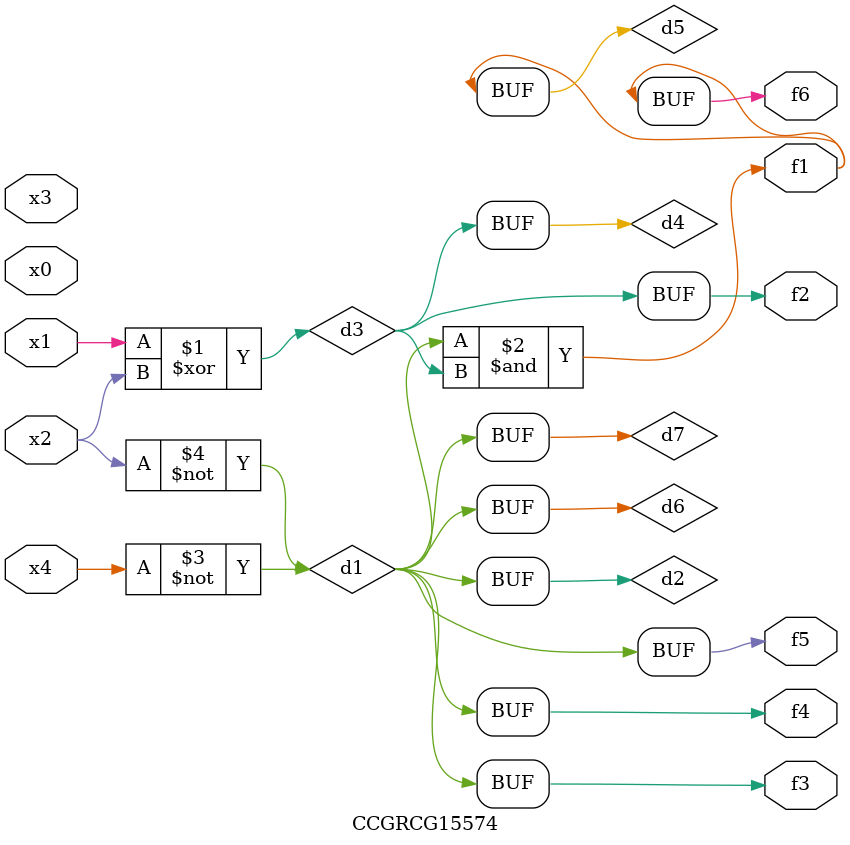
<source format=v>
module CCGRCG15574(
	input x0, x1, x2, x3, x4,
	output f1, f2, f3, f4, f5, f6
);

	wire d1, d2, d3, d4, d5, d6, d7;

	not (d1, x4);
	not (d2, x2);
	xor (d3, x1, x2);
	buf (d4, d3);
	and (d5, d1, d3);
	buf (d6, d1, d2);
	buf (d7, d2);
	assign f1 = d5;
	assign f2 = d4;
	assign f3 = d7;
	assign f4 = d7;
	assign f5 = d7;
	assign f6 = d5;
endmodule

</source>
